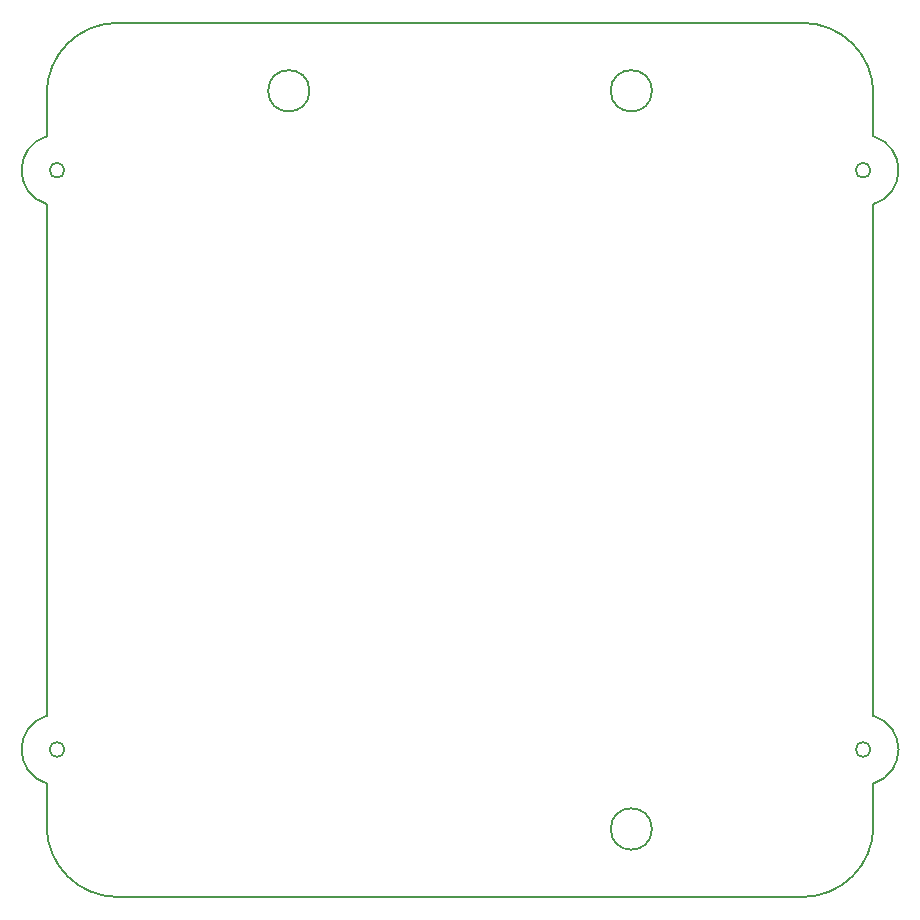
<source format=gbr>
%TF.GenerationSoftware,KiCad,Pcbnew,(5.1.10)-1*%
%TF.CreationDate,2021-12-17T12:10:03-05:00*%
%TF.ProjectId,Chess-Timer-RevA,43686573-732d-4546-996d-65722d526576,rev?*%
%TF.SameCoordinates,Original*%
%TF.FileFunction,Profile,NP*%
%FSLAX46Y46*%
G04 Gerber Fmt 4.6, Leading zero omitted, Abs format (unit mm)*
G04 Created by KiCad (PCBNEW (5.1.10)-1) date 2021-12-17 12:10:03*
%MOMM*%
%LPD*%
G01*
G04 APERTURE LIST*
%TA.AperFunction,Profile*%
%ADD10C,0.200000*%
%TD*%
G04 APERTURE END LIST*
D10*
X22249999Y68249999D02*
G75*
G03*
X22249999Y68249999I-1750000J0D01*
G01*
X51249999Y68249999D02*
G75*
G03*
X51249999Y68249999I-1750000J0D01*
G01*
X51249999Y5750000D02*
G75*
G03*
X51249999Y5750000I-1750000J0D01*
G01*
X69750000Y12475000D02*
G75*
G03*
X69750000Y12475000I-625000J0D01*
G01*
X1500000Y12475000D02*
G75*
G03*
X1500000Y12475000I-625000J0D01*
G01*
X69750000Y61525000D02*
G75*
G03*
X69750000Y61525000I-625000J0D01*
G01*
X1500000Y61525000D02*
G75*
G03*
X1500000Y61525000I-625000J0D01*
G01*
X5999999Y73999999D02*
X64000000Y73999999D01*
X-1Y67999999D02*
G75*
G02*
X5999999Y73999999I6000000J0D01*
G01*
X0Y64394560D02*
X0Y67999999D01*
X0Y58655440D02*
G75*
G02*
X0Y64394560I875000J2869560D01*
G01*
X0Y15344560D02*
X0Y58655439D01*
X0Y9605440D02*
G75*
G02*
X0Y15344560I875000J2869560D01*
G01*
X0Y5999999D02*
X0Y9605439D01*
X5999999Y0D02*
G75*
G02*
X0Y5999999I0J5999999D01*
G01*
X64000000Y0D02*
X5999999Y0D01*
X70000000Y6000000D02*
G75*
G02*
X64000000Y0I-6000000J0D01*
G01*
X70000000Y9605439D02*
X70000000Y5999999D01*
X70000001Y15344561D02*
G75*
G02*
X70000000Y9605439I-875001J-2869561D01*
G01*
X70000000Y58655439D02*
X70000000Y15344560D01*
X70000001Y64394561D02*
G75*
G02*
X70000000Y58655439I-875001J-2869561D01*
G01*
X70000000Y67999999D02*
X70000000Y64394560D01*
X63999999Y74000000D02*
G75*
G02*
X70000000Y67999999I0J-6000001D01*
G01*
M02*

</source>
